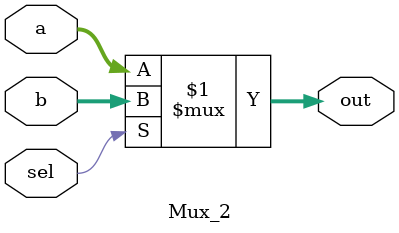
<source format=sv>
`timescale 1ns / 1ps


module Mux_2(
    input [31:0] a,
    input [31:0] b,
    input sel,
    output [31:0] out
    );
   assign out = (sel) ? b : a;
endmodule

</source>
